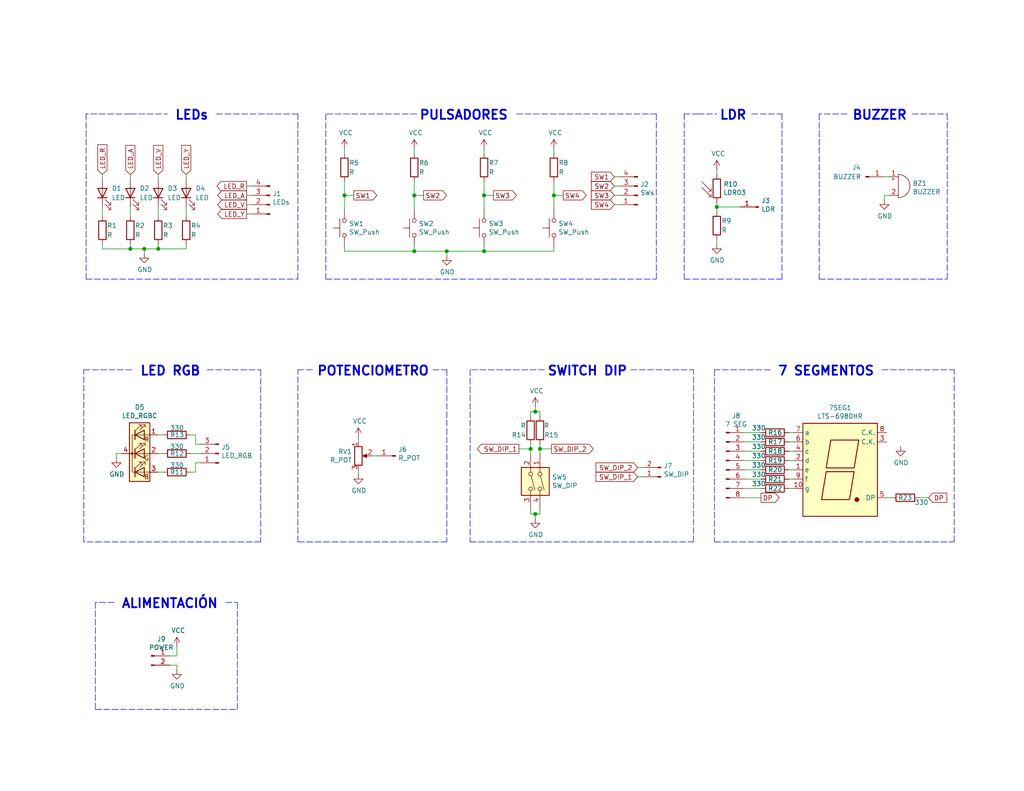
<source format=kicad_sch>
(kicad_sch (version 20211123) (generator eeschema)
  (paper "USLetter")
  (title_block (title "Kit PCB") (rev "1.0") (company "Cristóbal Cuevas Lagos"))
  (lib_symbols
    (symbol "Connector:Conn_01x01_Male" (pin_names (offset 1.016) hide)
      (property "Reference" "J" (at 0 2.54 0))
      (property "Value" "Conn_01x01_Male" (at 0 -2.54 0))
      (symbol "Conn_01x01_Male_1_1"
        (polyline (pts (xy 1.27 0) (xy 0.8636 0)) (stroke (width 0.1524)))
        (rectangle (start 0.8636 0.127) (end 0 -0.127) (stroke (width 0.1524)) (fill (type outline)))
        (pin passive line (at 5.08 0 180) (length 3.81) (name "Pin_1") (number "1"))
      )
    )
    (symbol "Connector:Conn_01x02_Male" (pin_names (offset 1.016) hide)
      (property "Reference" "J" (at 0 2.54 0))
      (property "Value" "Conn_01x02_Male" (at 0 -5.08 0))
      (symbol "Conn_01x02_Male_1_1"
        (polyline (pts (xy 1.27 -2.54) (xy 0.8636 -2.54)) (stroke (width 0.1524)))
        (polyline (pts (xy 1.27 0) (xy 0.8636 0)) (stroke (width 0.1524)))
        (rectangle (start 0.8636 -2.413) (end 0 -2.667) (stroke (width 0.1524)) (fill (type outline)))
        (rectangle (start 0.8636 0.127) (end 0 -0.127) (stroke (width 0.1524)) (fill (type outline)))
        (pin passive line (at 5.08 0 180) (length 3.81) (name "Pin_1") (number "1"))
        (pin passive line (at 5.08 -2.54 180) (length 3.81) (name "Pin_2") (number "2"))
      )
    )
    (symbol "Connector:Conn_01x03_Male" (pin_names (offset 1.016) hide)
      (property "Reference" "J" (at 0 5.08 0))
      (property "Value" "Conn_01x03_Male" (at 0 -5.08 0))
      (symbol "Conn_01x03_Male_1_1"
        (polyline (pts (xy 1.27 -2.54) (xy 0.8636 -2.54)) (stroke (width 0.1524)))
        (polyline (pts (xy 1.27 0) (xy 0.8636 0)) (stroke (width 0.1524)))
        (polyline (pts (xy 1.27 2.54) (xy 0.8636 2.54)) (stroke (width 0.1524)))
        (rectangle (start 0.8636 -2.413) (end 0 -2.667) (stroke (width 0.1524)) (fill (type outline)))
        (rectangle (start 0.8636 0.127) (end 0 -0.127) (stroke (width 0.1524)) (fill (type outline)))
        (rectangle (start 0.8636 2.667) (end 0 2.413) (stroke (width 0.1524)) (fill (type outline)))
        (pin passive line (at 5.08 2.54 180) (length 3.81) (name "Pin_1") (number "1"))
        (pin passive line (at 5.08 0 180) (length 3.81) (name "Pin_2") (number "2"))
        (pin passive line (at 5.08 -2.54 180) (length 3.81) (name "Pin_3") (number "3"))
      )
    )
    (symbol "Connector:Conn_01x04_Male" (pin_names (offset 1.016) hide)
      (property "Reference" "J" (at 0 5.08 0))
      (property "Value" "Conn_01x04_Male" (at 0 -7.62 0))
      (symbol "Conn_01x04_Male_1_1"
        (polyline (pts (xy 1.27 -5.08) (xy 0.8636 -5.08)) (stroke (width 0.1524)))
        (polyline (pts (xy 1.27 -2.54) (xy 0.8636 -2.54)) (stroke (width 0.1524)))
        (polyline (pts (xy 1.27 0) (xy 0.8636 0)) (stroke (width 0.1524)))
        (polyline (pts (xy 1.27 2.54) (xy 0.8636 2.54)) (stroke (width 0.1524)))
        (rectangle (start 0.8636 -4.953) (end 0 -5.207) (stroke (width 0.1524)) (fill (type outline)))
        (rectangle (start 0.8636 -2.413) (end 0 -2.667) (stroke (width 0.1524)) (fill (type outline)))
        (rectangle (start 0.8636 0.127) (end 0 -0.127) (stroke (width 0.1524)) (fill (type outline)))
        (rectangle (start 0.8636 2.667) (end 0 2.413) (stroke (width 0.1524)) (fill (type outline)))
        (pin passive line (at 5.08 2.54 180) (length 3.81) (name "Pin_1") (number "1"))
        (pin passive line (at 5.08 0 180) (length 3.81) (name "Pin_2") (number "2"))
        (pin passive line (at 5.08 -2.54 180) (length 3.81) (name "Pin_3") (number "3"))
        (pin passive line (at 5.08 -5.08 180) (length 3.81) (name "Pin_4") (number "4"))
      )
    )
    (symbol "Connector:Conn_01x08_Male" (pin_names (offset 1.016) hide)
      (property "Reference" "J" (at 0 10.16 0))
      (property "Value" "Conn_01x08_Male" (at 0 -12.7 0))
      (symbol "Conn_01x08_Male_1_1"
        (polyline (pts (xy 1.27 -10.16) (xy 0.8636 -10.16)) (stroke (width 0.1524)))
        (polyline (pts (xy 1.27 -7.62) (xy 0.8636 -7.62)) (stroke (width 0.1524)))
        (polyline (pts (xy 1.27 -5.08) (xy 0.8636 -5.08)) (stroke (width 0.1524)))
        (polyline (pts (xy 1.27 -2.54) (xy 0.8636 -2.54)) (stroke (width 0.1524)))
        (polyline (pts (xy 1.27 0) (xy 0.8636 0)) (stroke (width 0.1524)))
        (polyline (pts (xy 1.27 2.54) (xy 0.8636 2.54)) (stroke (width 0.1524)))
        (polyline (pts (xy 1.27 5.08) (xy 0.8636 5.08)) (stroke (width 0.1524)))
        (polyline (pts (xy 1.27 7.62) (xy 0.8636 7.62)) (stroke (width 0.1524)))
        (rectangle (start 0.8636 -10.033) (end 0 -10.287) (stroke (width 0.1524)) (fill (type outline)))
        (rectangle (start 0.8636 -7.493) (end 0 -7.747) (stroke (width 0.1524)) (fill (type outline)))
        (rectangle (start 0.8636 -4.953) (end 0 -5.207) (stroke (width 0.1524)) (fill (type outline)))
        (rectangle (start 0.8636 -2.413) (end 0 -2.667) (stroke (width 0.1524)) (fill (type outline)))
        (rectangle (start 0.8636 0.127) (end 0 -0.127) (stroke (width 0.1524)) (fill (type outline)))
        (rectangle (start 0.8636 2.667) (end 0 2.413) (stroke (width 0.1524)) (fill (type outline)))
        (rectangle (start 0.8636 5.207) (end 0 4.953) (stroke (width 0.1524)) (fill (type outline)))
        (rectangle (start 0.8636 7.747) (end 0 7.493) (stroke (width 0.1524)) (fill (type outline)))
        (pin passive line (at 5.08 7.62 180) (length 3.81) (name "Pin_1") (number "1"))
        (pin passive line (at 5.08 5.08 180) (length 3.81) (name "Pin_2") (number "2"))
        (pin passive line (at 5.08 2.54 180) (length 3.81) (name "Pin_3") (number "3"))
        (pin passive line (at 5.08 0 180) (length 3.81) (name "Pin_4") (number "4"))
        (pin passive line (at 5.08 -2.54 180) (length 3.81) (name "Pin_5") (number "5"))
        (pin passive line (at 5.08 -5.08 180) (length 3.81) (name "Pin_6") (number "6"))
        (pin passive line (at 5.08 -7.62 180) (length 3.81) (name "Pin_7") (number "7"))
        (pin passive line (at 5.08 -10.16 180) (length 3.81) (name "Pin_8") (number "8"))
      )
    )
    (symbol "Device:Buzzer" (pin_names (offset 0.0254) hide)
      (property "Reference" "BZ" (at 3.81 1.27 0))
      (property "Value" "Buzzer" (at 3.81 -1.27 0))
      (symbol "Buzzer_0_1"
        (arc (start 0 -3.175) (mid 3.175 0) (end 0 3.175))
        (polyline (pts (xy -1.651 1.905) (xy -1.143 1.905)))
        (polyline (pts (xy -1.397 2.159) (xy -1.397 1.651)))
        (polyline (pts (xy 0 3.175) (xy 0 -3.175)))
      )
      (symbol "Buzzer_1_1"
        (pin passive line (at -2.54 2.54 0) (length 2.54) (name "-") (number "1"))
        (pin passive line (at -2.54 -2.54 0) (length 2.54) (name "+") (number "2"))
      )
    )
    (symbol "Device:LED" (pin_numbers hide) (pin_names (offset 1.016) hide)
      (property "Reference" "D" (at 0 2.54 0))
      (property "Value" "LED" (at 0 -2.54 0))
      (symbol "LED_0_1"
        (polyline (pts (xy -1.27 -1.27) (xy -1.27 1.27)) (stroke (width 0.254)))
        (polyline (pts (xy -1.27 0) (xy 1.27 0)))
        (polyline (pts (xy 1.27 -1.27) (xy 1.27 1.27) (xy -1.27 0) (xy 1.27 -1.27)) (stroke (width 0.254)))
        (polyline (pts (xy -3.048 -0.762) (xy -4.572 -2.286) (xy -3.81 -2.286) (xy -4.572 -2.286) (xy -4.572 -1.524)))
        (polyline (pts (xy -1.778 -0.762) (xy -3.302 -2.286) (xy -2.54 -2.286) (xy -3.302 -2.286) (xy -3.302 -1.524)))
      )
      (symbol "LED_1_1"
        (pin passive line (at -3.81 0 0) (length 2.54) (name "K") (number "1"))
        (pin passive line (at 3.81 0 180) (length 2.54) (name "A") (number "2"))
      )
    )
    (symbol "Device:LED_RGBC" (pin_names (offset 0) hide)
      (property "Reference" "D" (at 0 9.398 0))
      (property "Value" "Device_LED_RGBC" (at 0 -8.89 0))
      (symbol "LED_RGBC_0_0"
        (text "B" (at 1.905 -6.35 0) (effects (font (size 1.27 1.27))))
        (text "G" (at 1.905 -1.27 0) (effects (font (size 1.27 1.27))))
        (text "R" (at 1.905 3.81 0) (effects (font (size 1.27 1.27))))
      )
      (symbol "LED_RGBC_0_1"
        (circle (center -2.032 0) (radius 0.254) (fill (type outline)))
        (polyline (pts (xy -1.27 -5.08) (xy 1.27 -5.08)))
        (polyline (pts (xy -1.27 -3.81) (xy -1.27 -6.35)) (stroke (width 0.254)))
        (polyline (pts (xy -1.27 0) (xy -2.54 0)))
        (polyline (pts (xy -1.27 1.27) (xy -1.27 -1.27)) (stroke (width 0.254)))
        (polyline (pts (xy -1.27 5.08) (xy 1.27 5.08)))
        (polyline (pts (xy -1.27 6.35) (xy -1.27 3.81)) (stroke (width 0.254)))
        (polyline (pts (xy 1.27 -5.08) (xy 2.54 -5.08)))
        (polyline (pts (xy 1.27 0) (xy -1.27 0)))
        (polyline (pts (xy 1.27 0) (xy 2.54 0)))
        (polyline (pts (xy 1.27 5.08) (xy 2.54 5.08)))
        (polyline (pts (xy -1.27 1.27) (xy -1.27 -1.27) (xy -1.27 -1.27)))
        (polyline (pts (xy -1.27 6.35) (xy -1.27 3.81) (xy -1.27 3.81)))
        (polyline (pts (xy -1.27 5.08) (xy -2.032 5.08) (xy -2.032 -5.08) (xy -1.016 -5.08)))
        (polyline (pts (xy 1.27 -3.81) (xy 1.27 -6.35) (xy -1.27 -5.08) (xy 1.27 -3.81)) (stroke (width 0.254)))
        (polyline (pts (xy 1.27 1.27) (xy 1.27 -1.27) (xy -1.27 0) (xy 1.27 1.27)) (stroke (width 0.254)))
        (polyline (pts (xy 1.27 6.35) (xy 1.27 3.81) (xy -1.27 5.08) (xy 1.27 6.35)) (stroke (width 0.254)))
        (polyline (pts (xy -1.016 -3.81) (xy 0.508 -2.286) (xy -0.254 -2.286) (xy 0.508 -2.286) (xy 0.508 -3.048)))
        (polyline (pts (xy -1.016 1.27) (xy 0.508 2.794) (xy -0.254 2.794) (xy 0.508 2.794) (xy 0.508 2.032)))
        (polyline (pts (xy -1.016 6.35) (xy 0.508 7.874) (xy -0.254 7.874) (xy 0.508 7.874) (xy 0.508 7.112)))
        (polyline (pts (xy 0 -3.81) (xy 1.524 -2.286) (xy 0.762 -2.286) (xy 1.524 -2.286) (xy 1.524 -3.048)))
        (polyline (pts (xy 0 1.27) (xy 1.524 2.794) (xy 0.762 2.794) (xy 1.524 2.794) (xy 1.524 2.032)))
        (polyline (pts (xy 0 6.35) (xy 1.524 7.874) (xy 0.762 7.874) (xy 1.524 7.874) (xy 1.524 7.112)))
        (rectangle (start 1.27 -1.27) (end 1.27 1.27))
        (rectangle (start 1.27 1.27) (end 1.27 1.27))
        (rectangle (start 1.27 3.81) (end 1.27 6.35))
        (rectangle (start 1.27 6.35) (end 1.27 6.35))
        (rectangle (start 2.794 8.382) (end -2.794 -7.62) (stroke (width 0.254)) (fill (type background)))
      )
      (symbol "LED_RGBC_1_1"
        (pin passive line (at 5.08 5.08 180) (length 2.54) (name "RA") (number "1"))
        (pin passive line (at 5.08 0 180) (length 2.54) (name "GA") (number "2"))
        (pin passive line (at 5.08 -5.08 180) (length 2.54) (name "BA") (number "3"))
        (pin passive line (at -5.08 0 0) (length 2.54) (name "K") (number "4"))
      )
    )
    (symbol "Device:R" (pin_numbers hide) (pin_names (offset 0))
      (property "Reference" "R" (at 2.032 0 90))
      (property "Value" "R" (at 0 0 90))
      (symbol "R_0_1"
        (rectangle (start -1.016 -2.54) (end 1.016 2.54) (stroke (width 0.254)))
      )
      (symbol "R_1_1"
        (pin passive line (at 0 3.81 270) (length 1.27) (name "~") (number "1"))
        (pin passive line (at 0 -3.81 90) (length 1.27) (name "~") (number "2"))
      )
    )
    (symbol "Device:R_POT" (pin_names (offset 1.016) hide)
      (property "Reference" "RV" (at -4.445 0 90))
      (property "Value" "Device_R_POT" (at -2.54 0 90))
      (symbol "R_POT_0_1"
        (polyline (pts (xy 2.54 0) (xy 1.524 0)))
        (polyline (pts (xy 1.143 0) (xy 2.286 0.508) (xy 2.286 -0.508) (xy 1.143 0)) (fill (type outline)))
        (rectangle (start 1.016 2.54) (end -1.016 -2.54) (stroke (width 0.254)))
      )
      (symbol "R_POT_1_1"
        (pin passive line (at 0 3.81 270) (length 1.27) (name "1") (number "1"))
        (pin passive line (at 3.81 0 180) (length 1.27) (name "2") (number "2"))
        (pin passive line (at 0 -3.81 90) (length 1.27) (name "3") (number "3"))
      )
    )
    (symbol "Display_Character:LTS-6980HR"
      (property "Reference" "AFF" (at -7.874 13.97 0))
      (property "Value" "LTS-6980HR" (at 4.064 13.97 0))
      (symbol "LTS-6980HR_0_1"
        (rectangle (start -10.16 12.7) (end 10.16 -12.7) (stroke (width 0.254)) (fill (type background)))
        (polyline (pts (xy -3.81 -0.508) (xy 3.81 -0.508) (xy 2.54 -8.128) (xy -5.08 -8.128) (xy -3.81 -0.508) (xy -3.81 -0.508)) (stroke (width 0.254)))
        (polyline (pts (xy -2.54 8.128) (xy 5.08 8.128) (xy 3.81 0.508) (xy -3.81 0.508) (xy -2.54 8.128) (xy -2.54 8.128)) (stroke (width 0.254)))
        (circle (center 4.572 -8.128) (radius 0.508) (stroke (width 0.254)) (fill (type outline)))
      )
      (symbol "LTS-6980HR_1_1"
        (pin passive line (at -12.7 0 0) (length 2.54) (name "e") (number "1"))
        (pin passive line (at -12.7 -5.08 0) (length 2.54) (name "g") (number "10"))
        (pin passive line (at -12.7 2.54 0) (length 2.54) (name "d") (number "2"))
        (pin passive line (at 12.7 7.62 180) (length 2.54) (name "C.K.") (number "3"))
        (pin passive line (at -12.7 5.08 0) (length 2.54) (name "c") (number "4"))
        (pin passive line (at 12.7 -7.62 180) (length 2.54) (name "DP") (number "5"))
        (pin passive line (at -12.7 7.62 0) (length 2.54) (name "b") (number "6"))
        (pin passive line (at -12.7 10.16 0) (length 2.54) (name "a") (number "7"))
        (pin passive line (at 12.7 10.16 180) (length 2.54) (name "C.K.") (number "8"))
        (pin passive line (at -12.7 -2.54 0) (length 2.54) (name "f") (number "9"))
      )
    )
    (symbol "Sensor_Optical:LDR03" (pin_numbers hide) (pin_names (offset 0))
      (property "Reference" "R" (at -5.08 0 90))
      (property "Value" "LDR03" (at 1.905 0 90))
      (symbol "LDR03_0_1"
        (rectangle (start -1.016 2.54) (end 1.016 -2.54) (stroke (width 0.254)))
        (polyline (pts (xy -1.524 -2.286) (xy -4.064 0.254)))
        (polyline (pts (xy -1.524 -2.286) (xy -2.286 -2.286)))
        (polyline (pts (xy -1.524 -2.286) (xy -1.524 -1.524)))
        (polyline (pts (xy -1.524 -0.762) (xy -4.064 1.778)))
        (polyline (pts (xy -1.524 -0.762) (xy -2.286 -0.762)))
        (polyline (pts (xy -1.524 -0.762) (xy -1.524 0)))
      )
      (symbol "LDR03_1_1"
        (pin passive line (at 0 3.81 270) (length 1.27) (name "~") (number "1"))
        (pin passive line (at 0 -3.81 90) (length 1.27) (name "~") (number "2"))
      )
    )
    (symbol "Switch:SW_DIP_x02" (pin_names (offset 0) hide)
      (property "Reference" "SW" (at 0 6.35 0))
      (property "Value" "SW_DIP_x02" (at 0 -3.81 0))
      (symbol "SW_DIP_x02_0_0"
        (circle (center -2.032 0) (radius 0.508))
        (circle (center -2.032 2.54) (radius 0.508))
        (polyline (pts (xy -1.524 0.127) (xy 2.3622 1.1684)))
        (polyline (pts (xy -1.524 2.667) (xy 2.3622 3.7084)))
        (circle (center 2.032 0) (radius 0.508))
        (circle (center 2.032 2.54) (radius 0.508))
      )
      (symbol "SW_DIP_x02_0_1"
        (rectangle (start -3.81 5.08) (end 3.81 -2.54) (stroke (width 0.254)) (fill (type background)))
      )
      (symbol "SW_DIP_x02_1_1"
        (pin passive line (at -7.62 2.54 0) (length 5.08) (name "~") (number "1"))
        (pin passive line (at -7.62 0 0) (length 5.08) (name "~") (number "2"))
        (pin passive line (at 7.62 0 180) (length 5.08) (name "~") (number "3"))
        (pin passive line (at 7.62 2.54 180) (length 5.08) (name "~") (number "4"))
      )
    )
    (symbol "Switch:SW_Push" (pin_numbers hide) (pin_names (offset 1.016) hide)
      (property "Reference" "SW" (at 1.27 2.54 0))
      (property "Value" "SW_Push" (at 0 -1.524 0))
      (symbol "SW_Push_0_1"
        (circle (center -2.032 0) (radius 0.508))
        (polyline (pts (xy 0 1.27) (xy 0 3.048)))
        (polyline (pts (xy 2.54 1.27) (xy -2.54 1.27)))
        (circle (center 2.032 0) (radius 0.508))
        (pin passive line (at -5.08 0 0) (length 2.54) (name "1") (number "1"))
        (pin passive line (at 5.08 0 180) (length 2.54) (name "2") (number "2"))
      )
    )
    (symbol "power:GND" (power) (pin_names (offset 0))
      (property "Value" "GND" (at 0 -3.81 0))
      (symbol "GND_0_1"
        (polyline (pts (xy 0 0) (xy 0 -1.27) (xy 1.27 -1.27) (xy 0 -2.54) (xy -1.27 -1.27) (xy 0 -1.27)))
      )
      (symbol "GND_1_1"
        (pin power_in line (at 0 0 270) (length 0) hide (name "GND") (number "1"))
      )
    )
    (symbol "power:VCC" (power) (pin_names (offset 0))
      (property "Value" "VCC" (at 0 3.81 0))
      (symbol "VCC_0_1"
        (polyline (pts (xy -0.762 1.27) (xy 0 2.54)))
        (polyline (pts (xy 0 0) (xy 0 2.54)))
        (polyline (pts (xy 0 2.54) (xy 0.762 1.27)))
      )
      (symbol "VCC_1_1"
        (pin power_in line (at 0 0 90) (length 0) hide (name "VCC") (number "1"))
      )
    )
  )
  (junction (at 113.03 68.58))
  (junction (at 195.58 56.515))
  (junction (at 132.08 68.58))
  (junction (at 43.18 67.945))
  (junction (at 146.05 140.335))
  (junction (at 113.03 53.34))
  (junction (at 147.32 122.555))
  (junction (at 144.78 122.555))
  (junction (at 132.08 53.34))
  (junction (at 121.92 68.58))
  (junction (at 146.05 112.395))
  (junction (at 39.37 67.945))
  (junction (at 35.56 67.945))
  (junction (at 93.98 53.34))
  (junction (at 151.13 53.34))
  (wire (pts (xy 52.07 118.745) (xy 53.34 118.745)))
  (polyline (pts (xy 26.035 193.675) (xy 64.77 193.675)))
  (polyline (pts (xy 23.495 31.115) (xy 23.495 76.2)))
  (wire (pts (xy 141.605 122.555) (xy 144.78 122.555)))
  (polyline (pts (xy 113.665 31.115) (xy 88.9 31.115)))
  (wire (pts (xy 43.18 128.905) (xy 44.45 128.905)))
  (wire (pts (xy 201.93 56.515) (xy 195.58 56.515)))
  (wire (pts (xy 35.56 47.625) (xy 35.56 48.895)))
  (wire (pts (xy 146.05 141.605) (xy 146.05 140.335)))
  (wire (pts (xy 132.08 49.53) (xy 132.08 53.34)))
  (polyline (pts (xy 71.12 147.955) (xy 22.86 147.955)))
  (wire (pts (xy 203.2 123.19) (xy 207.645 123.19)))
  (wire (pts (xy 93.98 53.34) (xy 93.98 57.15)))
  (wire (pts (xy 147.32 140.335) (xy 147.32 139.065)))
  (polyline (pts (xy 81.28 100.965) (xy 85.725 100.965)))
  (wire (pts (xy 35.56 67.945) (xy 39.37 67.945)))
  (polyline (pts (xy 128.27 147.955) (xy 189.23 147.955)))
  (wire (pts (xy 27.94 47.625) (xy 27.94 48.895)))
  (wire (pts (xy 215.265 133.35) (xy 216.535 133.35)))
  (wire (pts (xy 113.03 40.64) (xy 113.03 41.91)))
  (wire (pts (xy 31.75 123.825) (xy 33.02 123.825)))
  (wire (pts (xy 53.34 126.365) (xy 54.61 126.365)))
  (wire (pts (xy 195.58 65.405) (xy 195.58 66.675)))
  (wire (pts (xy 203.2 128.27) (xy 207.645 128.27)))
  (wire (pts (xy 134.62 53.34) (xy 132.08 53.34)))
  (wire (pts (xy 203.2 135.89) (xy 207.645 135.89)))
  (polyline (pts (xy 186.69 31.115) (xy 186.69 76.2)))
  (wire (pts (xy 53.34 121.285) (xy 54.61 121.285)))
  (polyline (pts (xy 210.185 100.965) (xy 194.945 100.965)))
  (wire (pts (xy 167.64 55.88) (xy 168.91 55.88)))
  (wire (pts (xy 43.18 47.625) (xy 43.18 48.895)))
  (wire (pts (xy 153.67 53.34) (xy 151.13 53.34)))
  (polyline (pts (xy 205.105 31.115) (xy 213.36 31.115)))
  (polyline (pts (xy 71.12 100.965) (xy 71.12 147.955)))
  (wire (pts (xy 35.56 56.515) (xy 35.56 59.055)))
  (wire (pts (xy 195.58 55.245) (xy 195.58 56.515)))
  (wire (pts (xy 151.13 49.53) (xy 151.13 53.34)))
  (wire (pts (xy 215.265 120.65) (xy 216.535 120.65)))
  (wire (pts (xy 132.08 53.34) (xy 132.08 57.15)))
  (wire (pts (xy 50.8 56.515) (xy 50.8 59.055)))
  (polyline (pts (xy 22.86 100.965) (xy 36.195 100.965)))
  (polyline (pts (xy 179.07 76.2) (xy 179.07 31.115)))
  (wire (pts (xy 173.99 130.175) (xy 175.26 130.175)))
  (wire (pts (xy 113.03 67.31) (xy 113.03 68.58)))
  (wire (pts (xy 203.2 120.65) (xy 207.645 120.65)))
  (wire (pts (xy 167.64 53.34) (xy 168.91 53.34)))
  (polyline (pts (xy 240.665 100.965) (xy 260.35 100.965)))
  (wire (pts (xy 113.03 53.34) (xy 113.03 57.15)))
  (wire (pts (xy 146.05 112.395) (xy 147.32 112.395)))
  (wire (pts (xy 93.98 68.58) (xy 113.03 68.58)))
  (polyline (pts (xy 88.9 31.115) (xy 88.9 76.2)))
  (wire (pts (xy 167.64 48.26) (xy 168.91 48.26)))
  (polyline (pts (xy 31.115 164.465) (xy 26.035 164.465)))
  (wire (pts (xy 144.78 112.395) (xy 146.05 112.395)))
  (wire (pts (xy 67.31 53.34) (xy 68.58 53.34)))
  (wire (pts (xy 147.32 122.555) (xy 147.32 123.825)))
  (wire (pts (xy 97.79 119.38) (xy 97.79 120.65)))
  (wire (pts (xy 67.31 58.42) (xy 68.58 58.42)))
  (wire (pts (xy 121.92 68.58) (xy 132.08 68.58)))
  (polyline (pts (xy 128.27 100.965) (xy 128.27 147.955)))
  (polyline (pts (xy 59.055 31.115) (xy 81.28 31.115)))
  (wire (pts (xy 215.265 128.27) (xy 216.535 128.27)))
  (wire (pts (xy 241.935 135.89) (xy 243.205 135.89)))
  (wire (pts (xy 144.78 139.065) (xy 144.78 140.335)))
  (wire (pts (xy 113.03 49.53) (xy 113.03 53.34)))
  (polyline (pts (xy 121.92 100.965) (xy 121.92 147.955)))
  (wire (pts (xy 121.92 69.85) (xy 121.92 68.58)))
  (wire (pts (xy 43.18 56.515) (xy 43.18 59.055)))
  (wire (pts (xy 151.13 53.34) (xy 151.13 57.15)))
  (polyline (pts (xy 118.11 100.965) (xy 121.92 100.965)))
  (polyline (pts (xy 35.56 31.115) (xy 45.72 31.115)))
  (wire (pts (xy 115.57 53.34) (xy 113.03 53.34)))
  (wire (pts (xy 132.08 67.31) (xy 132.08 68.58)))
  (wire (pts (xy 43.18 118.745) (xy 44.45 118.745)))
  (wire (pts (xy 203.2 130.81) (xy 207.645 130.81)))
  (wire (pts (xy 241.3 53.34) (xy 242.57 53.34)))
  (wire (pts (xy 241.3 48.26) (xy 242.57 48.26)))
  (polyline (pts (xy 121.92 147.955) (xy 81.28 147.955)))
  (wire (pts (xy 146.05 140.335) (xy 147.32 140.335)))
  (wire (pts (xy 39.37 67.945) (xy 43.18 67.945)))
  (wire (pts (xy 250.825 135.89) (xy 253.365 135.89)))
  (wire (pts (xy 27.94 56.515) (xy 27.94 59.055)))
  (wire (pts (xy 173.99 127.635) (xy 175.26 127.635)))
  (wire (pts (xy 67.31 50.8) (xy 68.58 50.8)))
  (polyline (pts (xy 56.515 100.965) (xy 71.12 100.965)))
  (wire (pts (xy 203.2 133.35) (xy 207.645 133.35)))
  (wire (pts (xy 215.265 130.81) (xy 216.535 130.81)))
  (wire (pts (xy 203.2 118.11) (xy 207.645 118.11)))
  (wire (pts (xy 144.78 122.555) (xy 144.78 123.825)))
  (polyline (pts (xy 22.86 147.955) (xy 22.86 100.965)))
  (polyline (pts (xy 26.035 164.465) (xy 26.035 193.675)))
  (polyline (pts (xy 260.35 147.955) (xy 260.35 100.965)))
  (polyline (pts (xy 189.23 147.955) (xy 189.23 100.965)))
  (polyline (pts (xy 88.9 76.2) (xy 179.07 76.2)))
  (wire (pts (xy 96.52 53.34) (xy 93.98 53.34)))
  (wire (pts (xy 50.8 47.625) (xy 50.8 48.895)))
  (wire (pts (xy 132.08 68.58) (xy 151.13 68.58)))
  (wire (pts (xy 31.75 125.095) (xy 31.75 123.825)))
  (polyline (pts (xy 223.52 31.115) (xy 223.52 76.2)))
  (polyline (pts (xy 194.945 147.955) (xy 260.35 147.955)))
  (polyline (pts (xy 248.92 31.115) (xy 258.445 31.115)))
  (wire (pts (xy 132.08 40.64) (xy 132.08 41.91)))
  (wire (pts (xy 53.34 128.905) (xy 53.34 126.365)))
  (wire (pts (xy 35.56 66.675) (xy 35.56 67.945)))
  (polyline (pts (xy 258.445 76.2) (xy 258.445 31.115)))
  (polyline (pts (xy 35.56 31.115) (xy 23.495 31.115)))
  (wire (pts (xy 144.78 113.665) (xy 144.78 112.395)))
  (polyline (pts (xy 213.36 76.2) (xy 213.36 31.115)))
  (wire (pts (xy 27.94 67.945) (xy 35.56 67.945)))
  (wire (pts (xy 43.18 67.945) (xy 50.8 67.945)))
  (wire (pts (xy 52.07 123.825) (xy 54.61 123.825)))
  (wire (pts (xy 151.13 68.58) (xy 151.13 67.31)))
  (wire (pts (xy 167.64 50.8) (xy 168.91 50.8)))
  (wire (pts (xy 52.07 128.905) (xy 53.34 128.905)))
  (polyline (pts (xy 194.945 100.965) (xy 194.945 147.955)))
  (wire (pts (xy 113.03 68.58) (xy 121.92 68.58)))
  (wire (pts (xy 48.26 179.07) (xy 48.26 176.53)))
  (wire (pts (xy 93.98 49.53) (xy 93.98 53.34)))
  (polyline (pts (xy 223.52 76.2) (xy 258.445 76.2)))
  (polyline (pts (xy 81.28 76.2) (xy 81.28 31.115)))
  (wire (pts (xy 151.13 40.64) (xy 151.13 41.91)))
  (wire (pts (xy 67.31 55.88) (xy 68.58 55.88)))
  (wire (pts (xy 215.265 118.11) (xy 216.535 118.11)))
  (wire (pts (xy 46.355 181.61) (xy 48.26 181.61)))
  (polyline (pts (xy 148.59 100.965) (xy 128.27 100.965)))
  (wire (pts (xy 39.37 69.215) (xy 39.37 67.945)))
  (wire (pts (xy 43.18 66.675) (xy 43.18 67.945)))
  (polyline (pts (xy 61.595 164.465) (xy 64.77 164.465)))
  (wire (pts (xy 53.34 118.745) (xy 53.34 121.285)))
  (wire (pts (xy 27.94 66.675) (xy 27.94 67.945)))
  (wire (pts (xy 195.58 56.515) (xy 195.58 57.785)))
  (polyline (pts (xy 81.28 147.955) (xy 81.28 100.965)))
  (polyline (pts (xy 190.5 31.115) (xy 195.58 31.115)))
  (wire (pts (xy 215.265 123.19) (xy 216.535 123.19)))
  (wire (pts (xy 241.3 54.61) (xy 241.3 53.34)))
  (wire (pts (xy 43.18 123.825) (xy 44.45 123.825)))
  (wire (pts (xy 147.32 112.395) (xy 147.32 113.665)))
  (wire (pts (xy 93.98 40.64) (xy 93.98 41.91)))
  (wire (pts (xy 215.265 125.73) (xy 216.535 125.73)))
  (wire (pts (xy 144.78 140.335) (xy 146.05 140.335)))
  (wire (pts (xy 50.8 67.945) (xy 50.8 66.675)))
  (polyline (pts (xy 140.97 31.115) (xy 179.07 31.115)))
  (wire (pts (xy 150.495 122.555) (xy 147.32 122.555)))
  (wire (pts (xy 93.98 67.31) (xy 93.98 68.58)))
  (polyline (pts (xy 64.77 193.675) (xy 64.77 164.465)))
  (wire (pts (xy 195.58 46.355) (xy 195.58 47.625)))
  (polyline (pts (xy 231.14 31.115) (xy 223.52 31.115)))
  (wire (pts (xy 144.78 121.285) (xy 144.78 122.555)))
  (polyline (pts (xy 23.495 76.2) (xy 81.28 76.2)))
  (polyline (pts (xy 190.5 31.115) (xy 186.69 31.115)))
  (wire (pts (xy 97.79 128.27) (xy 97.79 129.54)))
  (wire (pts (xy 147.32 121.285) (xy 147.32 122.555)))
  (wire (pts (xy 101.6 124.46) (xy 102.87 124.46)))
  (wire (pts (xy 203.2 125.73) (xy 207.645 125.73)))
  (wire (pts (xy 146.05 111.125) (xy 146.05 112.395)))
  (wire (pts (xy 46.355 179.07) (xy 48.26 179.07)))
  (wire (pts (xy 48.26 181.61) (xy 48.26 182.88)))
  (polyline (pts (xy 186.69 76.2) (xy 213.36 76.2)))
  (polyline (pts (xy 172.085 100.965) (xy 189.23 100.965)))
  (text "SWITCH DIP" (at 149.225 102.87 0) (effects (font (size 2.4892 2.4892) (thickness 0.4978) bold) (justify left bottom)))
  (text "BUZZER" (at 232.41 33.02 0) (effects (font (size 2.4892 2.4892) (thickness 0.4978) bold) (justify left bottom)))
  (text "LDR" (at 196.215 33.02 0) (effects (font (size 2.4892 2.4892) (thickness 0.4978) bold) (justify left bottom)))
  (text "LED RGB" (at 38.1 102.87 0) (effects (font (size 2.4892 2.4892) (thickness 0.4978) bold) (justify left bottom)))
  (text "7 SEGMENTOS" (at 212.09 102.87 0) (effects (font (size 2.4892 2.4892) (thickness 0.4978) bold) (justify left bottom)))
  (text "LEDs" (at 47.625 33.02 0) (effects (font (size 2.4892 2.4892) (thickness 0.4978) bold) (justify left bottom)))
  (text "ALIMENTACIÓN" (at 33.02 166.37 0) (effects (font (size 2.4892 2.4892) (thickness 0.4978) bold) (justify left bottom)))
  (text "PULSADORES" (at 114.3 33.02 0) (effects (font (size 2.4892 2.4892) (thickness 0.4978) bold) (justify left bottom)))
  (text "POTENCIOMETRO" (at 86.36 102.87 0) (effects (font (size 2.4892 2.4892) (thickness 0.4978) bold) (justify left bottom)))
  (global_label "SW_DIP_1" (shape output) (at 141.605 122.555 180) (property "Intersheet References" "${INTERSHEET_REFS}" (effects hide)))
  (global_label "SW1" (shape input) (at 167.64 48.26 180) (property "Intersheet References" "${INTERSHEET_REFS}" (effects hide)))
  (global_label "LED_R" (shape output) (at 67.31 50.8 180) (property "Intersheet References" "${INTERSHEET_REFS}" (effects hide)))
  (global_label "SW4" (shape output) (at 153.67 53.34 0) (property "Intersheet References" "${INTERSHEET_REFS}" (effects hide)))
  (global_label "LED_R" (shape input) (at 27.94 47.625 90) (property "Intersheet References" "${INTERSHEET_REFS}" (effects hide)))
  (global_label "SW_DIP_2" (shape output) (at 150.495 122.555 0) (property "Intersheet References" "${INTERSHEET_REFS}" (effects hide)))
  (global_label "DP" (shape input) (at 253.365 135.89 0) (property "Intersheet References" "${INTERSHEET_REFS}" (effects hide)))
  (global_label "SW1" (shape output) (at 96.52 53.34 0) (property "Intersheet References" "${INTERSHEET_REFS}" (effects hide)))
  (global_label "SW4" (shape input) (at 167.64 55.88 180) (property "Intersheet References" "${INTERSHEET_REFS}" (effects hide)))
  (global_label "LED_A" (shape output) (at 67.31 53.34 180) (property "Intersheet References" "${INTERSHEET_REFS}" (effects hide)))
  (global_label "LED_Y" (shape input) (at 50.8 47.625 90) (property "Intersheet References" "${INTERSHEET_REFS}" (effects hide)))
  (global_label "DP" (shape output) (at 207.645 135.89 0) (property "Intersheet References" "${INTERSHEET_REFS}" (effects hide)))
  (global_label "LED_Y" (shape output) (at 67.31 58.42 180) (property "Intersheet References" "${INTERSHEET_REFS}" (effects hide)))
  (global_label "SW2" (shape input) (at 167.64 50.8 180) (property "Intersheet References" "${INTERSHEET_REFS}" (effects hide)))
  (global_label "LED_V" (shape output) (at 67.31 55.88 180) (property "Intersheet References" "${INTERSHEET_REFS}" (effects hide)))
  (global_label "SW2" (shape output) (at 115.57 53.34 0) (property "Intersheet References" "${INTERSHEET_REFS}" (effects hide)))
  (global_label "LED_A" (shape input) (at 35.56 47.625 90) (property "Intersheet References" "${INTERSHEET_REFS}" (effects hide)))
  (global_label "LED_V" (shape input) (at 43.18 47.625 90) (property "Intersheet References" "${INTERSHEET_REFS}" (effects hide)))
  (global_label "SW_DIP_1" (shape input) (at 173.99 130.175 180) (property "Intersheet References" "${INTERSHEET_REFS}" (effects hide)))
  (global_label "SW3" (shape input) (at 167.64 53.34 180) (property "Intersheet References" "${INTERSHEET_REFS}" (effects hide)))
  (global_label "SW_DIP_2" (shape input) (at 173.99 127.635 180) (property "Intersheet References" "${INTERSHEET_REFS}" (effects hide)))
  (global_label "SW3" (shape output) (at 134.62 53.34 0) (property "Intersheet References" "${INTERSHEET_REFS}" (effects hide)))
  (symbol (lib_id "Device:LED") (at 27.94 52.705 90) (unit 1)
    (property "Reference" "D1" (at 30.48 51.435 90) (effects (justify right)))
    (property "Value" "LED" (at 30.48 53.975 90) (effects (justify right)))
    (property "Footprint" "LED_THT:LED_D5.0mm" (effects hide))
  )
  (symbol (lib_id "Device:LED") (at 35.56 52.705 90) (unit 1)
    (property "Reference" "D2" (at 38.1 51.435 90) (effects (justify right)))
    (property "Value" "LED" (at 38.1 53.975 90) (effects (justify right)))
    (property "Footprint" "LED_THT:LED_D5.0mm" (effects hide))
  )
  (symbol (lib_id "Device:LED") (at 43.18 52.705 90) (unit 1)
    (property "Reference" "D3" (at 45.72 51.435 90) (effects (justify right)))
    (property "Value" "LED" (at 45.72 53.975 90) (effects (justify right)))
    (property "Footprint" "LED_THT:LED_D5.0mm" (effects hide))
  )
  (symbol (lib_id "Device:LED") (at 50.8 52.705 90) (unit 1)
    (property "Reference" "D4" (at 53.34 51.435 90) (effects (justify right)))
    (property "Value" "LED" (at 53.34 53.975 90) (effects (justify right)))
    (property "Footprint" "LED_THT:LED_D5.0mm" (effects hide))
  )
  (symbol (lib_id "Device:R") (at 27.94 62.865 0) (unit 1)
    (property "Reference" "R1" (at 29.21 61.595 0) (effects (justify left)))
    (property "Value" "R" (at 29.21 64.135 0) (effects (justify left)))
    (property "Footprint" "Resistor_THT:R_Axial_DIN0207_L6.3mm_D2.5mm_P7.62mm_Horizontal" (effects hide))
  )
  (symbol (lib_id "Device:R") (at 35.56 62.865 0) (unit 1)
    (property "Reference" "R2" (at 36.83 61.595 0) (effects (justify left)))
    (property "Value" "R" (at 36.83 64.135 0) (effects (justify left)))
    (property "Footprint" "Resistor_THT:R_Axial_DIN0207_L6.3mm_D2.5mm_P7.62mm_Horizontal" (effects hide))
  )
  (symbol (lib_id "Device:R") (at 43.18 62.865 0) (unit 1)
    (property "Reference" "R3" (at 44.45 61.595 0) (effects (justify left)))
    (property "Value" "R" (at 44.45 64.135 0) (effects (justify left)))
    (property "Footprint" "Resistor_THT:R_Axial_DIN0207_L6.3mm_D2.5mm_P7.62mm_Horizontal" (effects hide))
  )
  (symbol (lib_id "Device:R") (at 50.8 62.865 0) (unit 1)
    (property "Reference" "R4" (at 52.07 61.595 0) (effects (justify left)))
    (property "Value" "R" (at 52.07 64.135 0) (effects (justify left)))
    (property "Footprint" "Resistor_THT:R_Axial_DIN0207_L6.3mm_D2.5mm_P7.62mm_Horizontal" (effects hide))
  )
  (symbol (lib_id "power:GND") (at 39.37 69.215 0) (unit 1)
    (property "Reference" "#PWR0101" (effects hide))
    (property "Value" "GND" (at 39.497 73.6092 0))
  )
  (symbol (lib_id "Connector:Conn_01x04_Male") (at 73.66 55.88 180) (unit 1)
    (property "Reference" "J1" (at 74.3712 52.8828 0) (effects (justify right)))
    (property "Value" "LEDs" (at 74.3712 55.1942 0) (effects (justify right)))
    (property "Footprint" "Connector_PinHeader_2.54mm:PinHeader_1x04_P2.54mm_Vertical" (effects hide))
  )
  (symbol (lib_id "power:GND") (at 121.92 69.85 0) (unit 1)
    (property "Reference" "#PWR0102" (effects hide))
    (property "Value" "GND" (at 122.047 74.2442 0))
  )
  (symbol (lib_id "Device:R") (at 93.98 45.72 0) (unit 1)
    (property "Reference" "R5" (at 95.25 44.45 0) (effects (justify left)))
    (property "Value" "R" (at 95.25 46.99 0) (effects (justify left)))
    (property "Footprint" "Resistor_THT:R_Axial_DIN0207_L6.3mm_D2.5mm_P7.62mm_Horizontal" (effects hide))
  )
  (symbol (lib_id "power:VCC") (at 93.98 40.64 0) (unit 1)
    (property "Reference" "#PWR0103" (effects hide))
    (property "Value" "VCC" (at 94.361 36.2458 0))
  )
  (symbol (lib_id "Device:R") (at 113.03 45.72 0) (unit 1)
    (property "Reference" "R6" (at 114.3 44.45 0) (effects (justify left)))
    (property "Value" "R" (at 114.3 46.99 0) (effects (justify left)))
    (property "Footprint" "Resistor_THT:R_Axial_DIN0207_L6.3mm_D2.5mm_P7.62mm_Horizontal" (effects hide))
  )
  (symbol (lib_id "power:VCC") (at 113.03 40.64 0) (unit 1)
    (property "Reference" "#PWR0104" (effects hide))
    (property "Value" "VCC" (at 113.411 36.2458 0))
  )
  (symbol (lib_id "Device:R") (at 132.08 45.72 0) (unit 1)
    (property "Reference" "R7" (at 133.35 44.45 0) (effects (justify left)))
    (property "Value" "R" (at 133.35 46.99 0) (effects (justify left)))
    (property "Footprint" "Resistor_THT:R_Axial_DIN0207_L6.3mm_D2.5mm_P7.62mm_Horizontal" (effects hide))
  )
  (symbol (lib_id "power:VCC") (at 132.08 40.64 0) (unit 1)
    (property "Reference" "#PWR0105" (effects hide))
    (property "Value" "VCC" (at 132.461 36.2458 0))
  )
  (symbol (lib_id "Device:R") (at 195.58 61.595 0) (unit 1)
    (property "Reference" "R9" (at 196.85 60.325 0) (effects (justify left)))
    (property "Value" "R" (at 196.85 62.865 0) (effects (justify left)))
    (property "Footprint" "Resistor_THT:R_Axial_DIN0207_L6.3mm_D2.5mm_P7.62mm_Horizontal" (effects hide))
  )
  (symbol (lib_id "power:VCC") (at 195.58 46.355 0) (unit 1)
    (property "Reference" "#PWR0106" (effects hide))
    (property "Value" "VCC" (at 195.961 41.9608 0))
  )
  (symbol (lib_id "Connector:Conn_01x04_Male") (at 173.99 53.34 180) (unit 1)
    (property "Reference" "J2" (at 174.7012 50.3428 0) (effects (justify right)))
    (property "Value" "SWs" (at 174.7012 52.6542 0) (effects (justify right)))
    (property "Footprint" "Connector_PinHeader_2.54mm:PinHeader_1x04_P2.54mm_Vertical" (effects hide))
  )
  (symbol (lib_id "Sensor_Optical:LDR03") (at 195.58 51.435 0) (unit 1)
    (property "Reference" "R10" (at 197.358 50.2666 0) (effects (justify left)))
    (property "Value" "LDR03" (at 197.358 52.578 0) (effects (justify left)))
    (property "Footprint" "OptoDevice:R_LDR_5.1x4.3mm_P3.4mm_Vertical" (effects hide))
    (property "Datasheet" "http://www.elektronica-componenten.nl/WebRoot/StoreNL/Shops/61422969/54F1/BA0C/C664/31B9/2173/C0A8/2AB9/2AEF/LDR03IMP.pdf" (effects hide))
  )
  (symbol (lib_id "power:GND") (at 195.58 66.675 0) (unit 1)
    (property "Reference" "#PWR0107" (effects hide))
    (property "Value" "GND" (at 195.707 71.0692 0))
  )
  (symbol (lib_id "Connector:Conn_01x01_Male") (at 207.01 56.515 180) (unit 1)
    (property "Reference" "J3" (at 207.7212 54.7878 0) (effects (justify right)))
    (property "Value" "LDR" (at 207.7212 57.0992 0) (effects (justify right)))
    (property "Footprint" "Connector_PinHeader_2.54mm:PinHeader_1x01_P2.54mm_Vertical" (effects hide))
  )
  (symbol (lib_id "Device:Buzzer") (at 245.11 50.8 0) (unit 1)
    (property "Reference" "BZ1" (at 248.9962 50.0634 0) (effects (justify left)))
    (property "Value" "BUZZER" (at 248.9962 52.3748 0) (effects (justify left)))
    (property "Footprint" "Buzzer_Beeper:Buzzer_TDK_PS1240P02BT_D12.2mm_H6.5mm" (effects hide))
  )
  (symbol (lib_id "power:GND") (at 241.3 54.61 0) (unit 1)
    (property "Reference" "#PWR0108" (effects hide))
    (property "Value" "GND" (at 241.427 59.0042 0))
  )
  (symbol (lib_id "Connector:Conn_01x01_Male") (at 236.22 48.26 0) (unit 1)
    (property "Reference" "J4" (at 233.68 45.72 0))
    (property "Value" "BUZZER" (at 231.14 48.26 0))
    (property "Footprint" "Connector_PinHeader_2.54mm:PinHeader_1x01_P2.54mm_Vertical" (effects hide))
  )
  (symbol (lib_id "Device:LED_RGBC") (at 38.1 123.825 0) (unit 1)
    (property "Reference" "D5" (at 38.1 111.2012 0))
    (property "Value" "LED_RGBC" (at 38.1 113.5126 0))
    (property "Footprint" "LED_THT:LED_D5.0mm-4_RGB_Staggered_Pins" (effects hide))
  )
  (symbol (lib_id "Connector:Conn_01x03_Male") (at 59.69 123.825 180) (unit 1)
    (property "Reference" "J5" (at 60.4012 122.0978 0) (effects (justify right)))
    (property "Value" "LED_RGB" (at 60.4012 124.4092 0) (effects (justify right)))
    (property "Footprint" "Connector_PinHeader_2.54mm:PinHeader_1x03_P2.54mm_Vertical" (effects hide))
  )
  (symbol (lib_id "power:GND") (at 31.75 125.095 0) (unit 1)
    (property "Reference" "#PWR0109" (effects hide))
    (property "Value" "GND" (at 31.877 129.4892 0))
  )
  (symbol (lib_id "Device:R") (at 48.26 118.745 270) (unit 1)
    (property "Reference" "R13" (at 46.355 118.745 90) (effects (justify left)))
    (property "Value" "330" (at 46.355 116.84 90) (effects (justify left)))
    (property "Footprint" "Resistor_THT:R_Axial_DIN0207_L6.3mm_D2.5mm_P7.62mm_Horizontal" (effects hide))
  )
  (symbol (lib_id "Device:R") (at 48.26 123.825 270) (unit 1)
    (property "Reference" "R12" (at 46.355 123.825 90) (effects (justify left)))
    (property "Value" "330" (at 46.355 121.92 90) (effects (justify left)))
    (property "Footprint" "Resistor_THT:R_Axial_DIN0207_L6.3mm_D2.5mm_P7.62mm_Horizontal" (effects hide))
  )
  (symbol (lib_id "Device:R") (at 48.26 128.905 270) (unit 1)
    (property "Reference" "R11" (at 46.355 128.905 90) (effects (justify left)))
    (property "Value" "330" (at 46.355 127 90) (effects (justify left)))
    (property "Footprint" "Resistor_THT:R_Axial_DIN0207_L6.3mm_D2.5mm_P7.62mm_Horizontal" (effects hide))
  )
  (symbol (lib_id "Device:R_POT") (at 97.79 124.46 0) (unit 1)
    (property "Reference" "RV1" (at 96.0374 123.2916 0) (effects (justify right)))
    (property "Value" "R_POT" (at 96.0374 125.603 0) (effects (justify right)))
    (property "Footprint" "Connector_PinHeader_2.54mm:PinHeader_1x03_P2.54mm_Vertical" (effects hide))
  )
  (symbol (lib_id "power:VCC") (at 97.79 119.38 0) (unit 1)
    (property "Reference" "#PWR0110" (effects hide))
    (property "Value" "VCC" (at 98.171 114.9858 0))
  )
  (symbol (lib_id "power:GND") (at 97.79 129.54 0) (unit 1)
    (property "Reference" "#PWR0111" (effects hide))
    (property "Value" "GND" (at 97.917 133.9342 0))
  )
  (symbol (lib_id "Connector:Conn_01x01_Male") (at 107.95 124.46 180) (unit 1)
    (property "Reference" "J6" (at 108.6612 122.7328 0) (effects (justify right)))
    (property "Value" "R_POT" (at 108.6612 125.0442 0) (effects (justify right)))
    (property "Footprint" "Connector_PinHeader_2.54mm:PinHeader_1x01_P2.54mm_Vertical" (effects hide))
  )
  (symbol (lib_id "power:VCC") (at 146.05 111.125 0) (unit 1)
    (property "Reference" "#PWR0112" (effects hide))
    (property "Value" "VCC" (at 146.431 106.7308 0))
  )
  (symbol (lib_id "Device:R") (at 144.78 117.475 180) (unit 1)
    (property "Reference" "R14" (at 143.51 118.745 0) (effects (justify left)))
    (property "Value" "R" (at 143.51 116.205 0) (effects (justify left)))
    (property "Footprint" "Resistor_THT:R_Axial_DIN0207_L6.3mm_D2.5mm_P7.62mm_Horizontal" (effects hide))
  )
  (symbol (lib_id "Device:R") (at 147.32 117.475 180) (unit 1)
    (property "Reference" "R15" (at 152.4 118.745 0) (effects (justify left)))
    (property "Value" "R" (at 149.86 116.205 0) (effects (justify left)))
    (property "Footprint" "Resistor_THT:R_Axial_DIN0207_L6.3mm_D2.5mm_P7.62mm_Horizontal" (effects hide))
  )
  (symbol (lib_id "Switch:SW_DIP_x02") (at 144.78 131.445 270) (unit 1)
    (property "Reference" "SW5" (at 150.622 130.2766 90) (effects (justify left)))
    (property "Value" "SW_DIP" (at 150.622 132.588 90) (effects (justify left)))
    (property "Footprint" "Button_Switch_THT:SW_DIP_SPSTx02_Slide_9.78x7.26mm_W7.62mm_P2.54mm" (effects hide))
  )
  (symbol (lib_id "power:GND") (at 146.05 141.605 0) (unit 1)
    (property "Reference" "#PWR0113" (effects hide))
    (property "Value" "GND" (at 146.177 145.9992 0))
  )
  (symbol (lib_id "Connector:Conn_01x02_Male") (at 180.34 130.175 180) (unit 1)
    (property "Reference" "J7" (at 181.0512 127.1778 0) (effects (justify right)))
    (property "Value" "SW_DIP" (at 181.0512 129.4892 0) (effects (justify right)))
    (property "Footprint" "Connector_PinHeader_2.54mm:PinHeader_1x02_P2.54mm_Vertical" (effects hide))
  )
  (symbol (lib_id "Display_Character:LTS-6980HR") (at 229.235 128.27 0) (unit 1)
    (property "Reference" "7SEG1" (at 229.235 111.3282 0))
    (property "Value" "LTS-6980HR" (at 229.235 113.6396 0))
    (property "Footprint" "Display_7Segment:7SegmentLED_LTS6760_LTS6780" (effects hide))
    (property "Datasheet" "http://datasheet.octopart.com/LTS-6960HR-Lite-On-datasheet-11803242.pdf" (effects hide))
  )
  (symbol (lib_id "Device:R") (at 151.13 45.72 0) (unit 1)
    (property "Reference" "R8" (at 152.4 44.45 0) (effects (justify left)))
    (property "Value" "R" (at 152.4 46.99 0) (effects (justify left)))
    (property "Footprint" "Resistor_THT:R_Axial_DIN0207_L6.3mm_D2.5mm_P7.62mm_Horizontal" (effects hide))
  )
  (symbol (lib_id "power:VCC") (at 151.13 40.64 0) (unit 1)
    (property "Reference" "#PWR0114" (effects hide))
    (property "Value" "VCC" (at 151.511 36.2458 0))
  )
  (symbol (lib_id "Switch:SW_Push") (at 93.98 62.23 90) (unit 1)
    (property "Reference" "SW1" (at 95.1992 61.0616 90) (effects (justify right)))
    (property "Value" "SW_Push" (at 95.1992 63.373 90) (effects (justify right)))
    (property "Footprint" "Button_Switch_THT:SW_PUSH_6mm" (effects hide))
  )
  (symbol (lib_id "Switch:SW_Push") (at 113.03 62.23 90) (unit 1)
    (property "Reference" "SW2" (at 114.2492 61.0616 90) (effects (justify right)))
    (property "Value" "SW_Push" (at 114.2492 63.373 90) (effects (justify right)))
    (property "Footprint" "Button_Switch_THT:SW_PUSH_6mm" (effects hide))
  )
  (symbol (lib_id "Switch:SW_Push") (at 132.08 62.23 90) (unit 1)
    (property "Reference" "SW3" (at 133.2992 61.0616 90) (effects (justify right)))
    (property "Value" "SW_Push" (at 133.2992 63.373 90) (effects (justify right)))
    (property "Footprint" "Button_Switch_THT:SW_PUSH_6mm" (effects hide))
  )
  (symbol (lib_id "Switch:SW_Push") (at 151.13 62.23 90) (unit 1)
    (property "Reference" "SW4" (at 152.3492 61.0616 90) (effects (justify right)))
    (property "Value" "SW_Push" (at 152.3492 63.373 90) (effects (justify right)))
    (property "Footprint" "Button_Switch_THT:SW_PUSH_6mm" (effects hide))
  )
  (symbol (lib_id "power:GND") (at 245.745 121.92 0) (unit 1)
    (property "Reference" "#PWR0115" (effects hide))
    (property "Value" "GND" (at 245.872 126.3142 0))
  )
  (symbol (lib_id "Device:R") (at 211.455 118.11 270) (unit 1)
    (property "Reference" "R16" (at 209.55 118.11 90) (effects (justify left)))
    (property "Value" "330" (at 205.105 116.84 90) (effects (justify left)))
    (property "Footprint" "Resistor_THT:R_Axial_DIN0207_L6.3mm_D2.5mm_P7.62mm_Horizontal" (effects hide))
  )
  (symbol (lib_id "Device:R") (at 211.455 120.65 270) (unit 1)
    (property "Reference" "R17" (at 209.55 120.65 90) (effects (justify left)))
    (property "Value" "330" (at 205.105 119.38 90) (effects (justify left)))
    (property "Footprint" "Resistor_THT:R_Axial_DIN0207_L6.3mm_D2.5mm_P7.62mm_Horizontal" (effects hide))
  )
  (symbol (lib_id "Device:R") (at 211.455 123.19 270) (unit 1)
    (property "Reference" "R18" (at 209.55 123.19 90) (effects (justify left)))
    (property "Value" "330" (at 205.105 121.92 90) (effects (justify left)))
    (property "Footprint" "Resistor_THT:R_Axial_DIN0207_L6.3mm_D2.5mm_P7.62mm_Horizontal" (effects hide))
  )
  (symbol (lib_id "Device:R") (at 211.455 125.73 270) (unit 1)
    (property "Reference" "R19" (at 209.55 125.73 90) (effects (justify left)))
    (property "Value" "330" (at 205.105 124.46 90) (effects (justify left)))
    (property "Footprint" "Resistor_THT:R_Axial_DIN0207_L6.3mm_D2.5mm_P7.62mm_Horizontal" (effects hide))
  )
  (symbol (lib_id "Device:R") (at 211.455 128.27 270) (unit 1)
    (property "Reference" "R20" (at 209.55 128.27 90) (effects (justify left)))
    (property "Value" "330" (at 205.105 127 90) (effects (justify left)))
    (property "Footprint" "Resistor_THT:R_Axial_DIN0207_L6.3mm_D2.5mm_P7.62mm_Horizontal" (effects hide))
  )
  (symbol (lib_id "Device:R") (at 211.455 130.81 270) (unit 1)
    (property "Reference" "R21" (at 209.55 130.81 90) (effects (justify left)))
    (property "Value" "330" (at 205.105 129.54 90) (effects (justify left)))
    (property "Footprint" "Resistor_THT:R_Axial_DIN0207_L6.3mm_D2.5mm_P7.62mm_Horizontal" (effects hide))
  )
  (symbol (lib_id "Device:R") (at 211.455 133.35 270) (unit 1)
    (property "Reference" "R22" (at 209.55 133.35 90) (effects (justify left)))
    (property "Value" "330" (at 205.105 132.08 90) (effects (justify left)))
    (property "Footprint" "Resistor_THT:R_Axial_DIN0207_L6.3mm_D2.5mm_P7.62mm_Horizontal" (effects hide))
  )
  (symbol (lib_id "Device:R") (at 247.015 135.89 90) (unit 1)
    (property "Reference" "R23" (at 248.92 135.89 90) (effects (justify left)))
    (property "Value" "330" (at 253.365 137.16 90) (effects (justify left)))
    (property "Footprint" "Resistor_THT:R_Axial_DIN0207_L6.3mm_D2.5mm_P7.62mm_Horizontal" (effects hide))
  )
  (symbol (lib_id "Connector:Conn_01x08_Male") (at 198.12 125.73 0) (unit 1)
    (property "Reference" "J8" (at 200.8632 113.5126 0))
    (property "Value" "7 SEG" (at 200.8632 115.824 0))
    (property "Footprint" "Connector_PinHeader_2.54mm:PinHeader_1x08_P2.54mm_Vertical" (effects hide))
  )
  (symbol (lib_id "Connector:Conn_01x02_Male") (at 41.275 179.07 0) (unit 1)
    (property "Reference" "J9" (at 44.0182 174.4726 0))
    (property "Value" "POWER" (at 44.0182 176.784 0))
    (property "Footprint" "Connector_PinHeader_2.54mm:PinHeader_1x02_P2.54mm_Vertical" (effects hide))
  )
  (symbol (lib_id "power:GND") (at 48.26 182.88 0) (unit 1)
    (property "Reference" "#PWR0116" (effects hide))
    (property "Value" "GND" (at 48.387 187.2742 0))
  )
  (symbol (lib_id "power:VCC") (at 48.26 176.53 0) (unit 1)
    (property "Reference" "#PWR0117" (effects hide))
    (property "Value" "VCC" (at 48.641 172.1358 0))
  )
)
</source>
